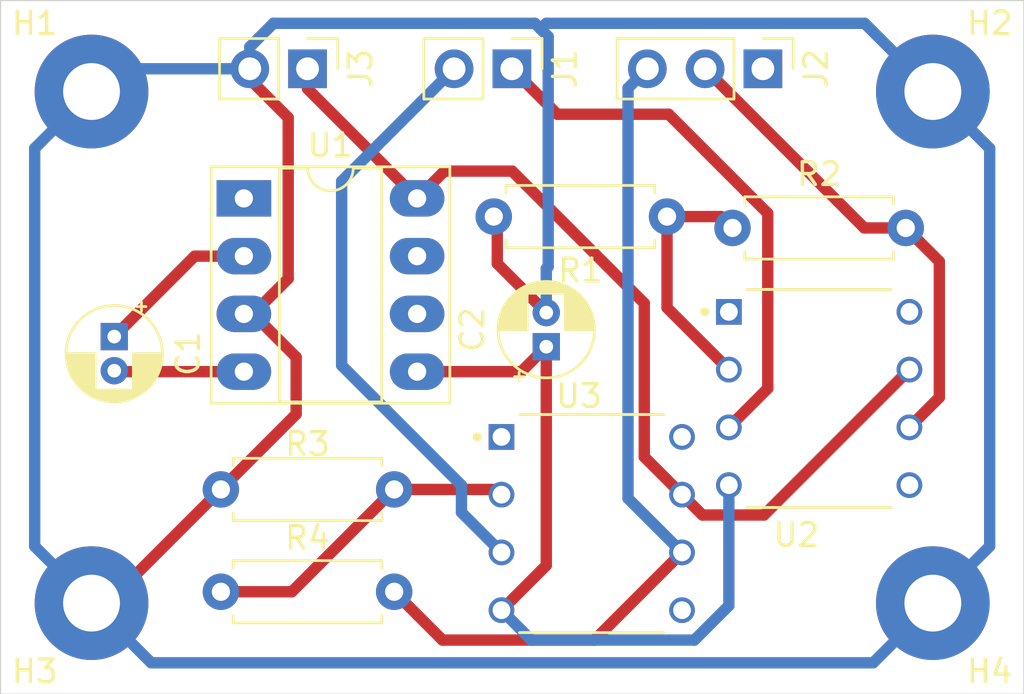
<source format=kicad_pcb>
(kicad_pcb (version 20240108) (generator "pcbnew") (generator_version "8.0")
  (layers (0 "F.Cu" signal) (31 "B.Cu" signal) (36 "B.SilkS" user "B.Silkscreen") (37 "F.SilkS" user "F.Silkscreen") (38 "B.Mask" user) (39 "F.Mask" user) (44 "Edge.Cuts" user))
  (net 0 "")
  (net 1 "Net-(U1-CAP+)")
  (net 2 "Net-(U1-CAP-)")
  (net 3 "GND")
  (net 4 "-12V")
  (net 5 "0-1V")
  (net 6 "0-3.5V")
  (net 7 "0_1V_O{slash}P")
  (net 8 "0-5V O{slash}P")
  (net 9 "0_3.5V_O{slash}P")
  (net 10 "+12V")
  (net 11 "Net-(U2--)")
  (net 12 "Net-(U3--)")
  (footprint "Resistor_THT:R_Axial_DIN0207_L6.3mm_D2.5mm_P7.62mm_Horizontal" (layer "F.Cu") (at 90.19 63.5)
    (property "Reference" "R2" (at 3.81 -2.37 0) (layer "F.SilkS"))
    (property "Value" "40k")
    (fp_line (start 0.54 -1.37) (end 7.08 -1.37) (stroke (width 0.12)) (layer "F.SilkS"))
    (fp_line (start 0.54 -1.04) (end 0.54 -1.37) (stroke (width 0.12)) (layer "F.SilkS"))
    (fp_line (start 0.54 1.04) (end 0.54 1.37) (stroke (width 0.12)) (layer "F.SilkS"))
    (fp_line (start 0.54 1.37) (end 7.08 1.37) (stroke (width 0.12)) (layer "F.SilkS"))
    (fp_line (start 7.08 -1.37) (end 7.08 -1.04) (stroke (width 0.12)) (layer "F.SilkS"))
    (fp_line (start 7.08 1.37) (end 7.08 1.04) (stroke (width 0.12)) (layer "F.SilkS"))
    (pad "1" thru_hole circle (at 0 0) (size 1.6 1.6) (drill 0.8) (layers "*.Cu" "*.Mask") (net 11 "Net-(U2--)"))
    (pad "2" thru_hole oval (at 7.62 0) (size 1.6 1.6) (drill 0.8) (layers "*.Cu" "*.Mask") (net 7 "0_1V_O{slash}P"))
  )
  (footprint "MountingHole:MountingHole_2.5mm_Pad" (layer "F.Cu") (at 62 80 180)
    (property "Reference" "H3" (at 2.5 -3 0) (layer "F.SilkS"))
    (property "Value" "MountingHole_Pad")
    (pad "1" thru_hole circle (at 0 0 180) (size 5 5) (drill 2.5) (layers "*.Cu" "*.Mask") (net 3 "GND"))
  )
  (footprint "Connector_PinHeader_2.54mm:PinHeader_1x02_P2.54mm_Vertical" (layer "F.Cu") (at 71.5 56.5 -90)
    (property "Reference" "J3" (at 0 -2.33 90) (layer "F.SilkS"))
    (property "Value" "power")
    (fp_line (start -1.33 3.87) (end 1.33 3.87) (stroke (width 0.12)) (layer "F.SilkS"))
    (fp_line (start -1.33 1.27) (end -1.33 3.87) (stroke (width 0.12)) (layer "F.SilkS"))
    (fp_line (start -1.33 1.27) (end 1.33 1.27) (stroke (width 0.12)) (layer "F.SilkS"))
    (fp_line (start 1.33 1.27) (end 1.33 3.87) (stroke (width 0.12)) (layer "F.SilkS"))
    (fp_line (start -1.33 0) (end -1.33 -1.33) (stroke (width 0.12)) (layer "F.SilkS"))
    (fp_line (start -1.33 -1.33) (end 0 -1.33) (stroke (width 0.12)) (layer "F.SilkS"))
    (pad "1" thru_hole rect (at 0 0 270) (size 1.7 1.7) (drill 1) (layers "*.Cu" "*.Mask") (net 10 "+12V"))
    (pad "2" thru_hole oval (at 0 2.54 270) (size 1.7 1.7) (drill 1) (layers "*.Cu" "*.Mask") (net 3 "GND"))
  )
  (footprint "Package_DIP:DIP-8_W7.62mm_Socket_LongPads" (layer "F.Cu") (at 68.7 62.2)
    (property "Reference" "U1" (at 3.81 -2.33 0) (layer "F.SilkS"))
    (property "Value" "ICL7660")
    (fp_line (start -1.44 -1.39) (end -1.44 9.01) (stroke (width 0.12)) (layer "F.SilkS"))
    (fp_line (start -1.44 9.01) (end 9.06 9.01) (stroke (width 0.12)) (layer "F.SilkS"))
    (fp_line (start 1.56 -1.33) (end 1.56 8.95) (stroke (width 0.12)) (layer "F.SilkS"))
    (fp_line (start 1.56 8.95) (end 6.06 8.95) (stroke (width 0.12)) (layer "F.SilkS"))
    (fp_line (start 2.81 -1.33) (end 1.56 -1.33) (stroke (width 0.12)) (layer "F.SilkS"))
    (fp_line (start 6.06 -1.33) (end 4.81 -1.33) (stroke (width 0.12)) (layer "F.SilkS"))
    (fp_line (start 6.06 8.95) (end 6.06 -1.33) (stroke (width 0.12)) (layer "F.SilkS"))
    (fp_line (start 9.06 -1.39) (end -1.44 -1.39) (stroke (width 0.12)) (layer "F.SilkS"))
    (fp_line (start 9.06 9.01) (end 9.06 -1.39) (stroke (width 0.12)) (layer "F.SilkS"))
    (fp_arc (start 4.81 -1.33) (mid 3.81 -0.33) (end 2.81 -1.33) (stroke (width 0.12)) (layer "F.SilkS"))
    (pad "1" thru_hole rect (at 0 0) (size 2.4 1.6) (drill 0.8) (layers "*.Cu" "*.Mask"))
    (pad "2" thru_hole oval (at 0 2.54) (size 2.4 1.6) (drill 0.8) (layers "*.Cu" "*.Mask") (net 1 "Net-(U1-CAP+)"))
    (pad "3" thru_hole oval (at 0 5.08) (size 2.4 1.6) (drill 0.8) (layers "*.Cu" "*.Mask") (net 3 "GND"))
    (pad "4" thru_hole oval (at 0 7.62) (size 2.4 1.6) (drill 0.8) (layers "*.Cu" "*.Mask") (net 2 "Net-(U1-CAP-)"))
    (pad "5" thru_hole oval (at 7.62 7.62) (size 2.4 1.6) (drill 0.8) (layers "*.Cu" "*.Mask") (net 4 "-12V"))
    (pad "6" thru_hole oval (at 7.62 5.08) (size 2.4 1.6) (drill 0.8) (layers "*.Cu" "*.Mask"))
    (pad "7" thru_hole oval (at 7.62 2.54) (size 2.4 1.6) (drill 0.8) (layers "*.Cu" "*.Mask"))
    (pad "8" thru_hole oval (at 7.62 0) (size 2.4 1.6) (drill 0.8) (layers "*.Cu" "*.Mask") (net 10 "+12V"))
  )
  (footprint "LM741CN_NOPB:DIP794W45P254L959H508Q8" (layer "F.Cu") (at 94 71)
    (property "Reference" "U2" (at -1 6 0) (layer "F.SilkS"))
    (property "Value" "LM741")
    (fp_line (start -3.175 -4.795) (end 3.175 -4.795) (stroke (width 0.127)) (layer "F.SilkS"))
    (fp_line (start -3.175 4.795) (end 3.175 4.795) (stroke (width 0.127)) (layer "F.SilkS"))
    (fp_circle (center -5.035 -3.81) (end -4.935 -3.81) (stroke (width 0.2)) (fill none) (layer "F.SilkS"))
    (pad "1" thru_hole rect (at -3.97 -3.81) (size 1.13 1.13) (drill 0.78) (layers "*.Cu" "*.Mask"))
    (pad "2" thru_hole circle (at -3.97 -1.27) (size 1.13 1.13) (drill 0.78) (layers "*.Cu" "*.Mask") (net 11 "Net-(U2--)"))
    (pad "3" thru_hole circle (at -3.97 1.27) (size 1.13 1.13) (drill 0.78) (layers "*.Cu" "*.Mask") (net 5 "0-1V"))
    (pad "4" thru_hole circle (at -3.97 3.81) (size 1.13 1.13) (drill 0.78) (layers "*.Cu" "*.Mask") (net 4 "-12V"))
    (pad "5" thru_hole circle (at 3.97 3.81) (size 1.13 1.13) (drill 0.78) (layers "*.Cu" "*.Mask"))
    (pad "6" thru_hole circle (at 3.97 1.27) (size 1.13 1.13) (drill 0.78) (layers "*.Cu" "*.Mask") (net 7 "0_1V_O{slash}P"))
    (pad "7" thru_hole circle (at 3.97 -1.27) (size 1.13 1.13) (drill 0.78) (layers "*.Cu" "*.Mask") (net 10 "+12V"))
    (pad "8" thru_hole circle (at 3.97 -3.81) (size 1.13 1.13) (drill 0.78) (layers "*.Cu" "*.Mask"))
  )
  (footprint "Capacitor_THT:CP_Radial_D4.0mm_P1.50mm" (layer "F.Cu") (at 63 68.277401 -90)
    (property "Reference" "C1" (at 0.75 -3.25 90) (layer "F.SilkS"))
    (property "Value" "10uf")
    (fp_line (start 0.75 0.84) (end 0.75 2.08) (stroke (width 0.12)) (layer "F.SilkS"))
    (fp_line (start 0.79 0.84) (end 0.79 2.08) (stroke (width 0.12)) (layer "F.SilkS"))
    (fp_line (start 0.83 0.84) (end 0.83 2.079) (stroke (width 0.12)) (layer "F.SilkS"))
    (fp_line (start 0.87 0.84) (end 0.87 2.077) (stroke (width 0.12)) (layer "F.SilkS"))
    (fp_line (start 0.91 0.84) (end 0.91 2.074) (stroke (width 0.12)) (layer "F.SilkS"))
    (fp_line (start 0.95 0.84) (end 0.95 2.071) (stroke (width 0.12)) (layer "F.SilkS"))
    (fp_line (start 0.99 0.84) (end 0.99 2.067) (stroke (width 0.12)) (layer "F.SilkS"))
    (fp_line (start 1.03 0.84) (end 1.03 2.062) (stroke (width 0.12)) (layer "F.SilkS"))
    (fp_line (start 1.07 0.84) (end 1.07 2.056) (stroke (width 0.12)) (layer "F.SilkS"))
    (fp_line (start 1.11 0.84) (end 1.11 2.05) (stroke (width 0.12)) (layer "F.SilkS"))
    (fp_line (start 1.15 0.84) (end 1.15 2.042) (stroke (width 0.12)) (layer "F.SilkS"))
    (fp_line (start 1.19 0.84) (end 1.19 2.034) (stroke (width 0.12)) (layer "F.SilkS"))
    (fp_line (start 1.23 0.84) (end 1.23 2.025) (stroke (width 0.12)) (layer "F.SilkS"))
    (fp_line (start 1.27 0.84) (end 1.27 2.016) (stroke (width 0.12)) (layer "F.SilkS"))
    (fp_line (start 1.31 0.84) (end 1.31 2.005) (stroke (width 0.12)) (layer "F.SilkS"))
    (fp_line (start 1.35 0.84) (end 1.35 1.994) (stroke (width 0.12)) (layer "F.SilkS"))
    (fp_line (start 1.39 0.84) (end 1.39 1.982) (stroke (width 0.12)) (layer "F.SilkS"))
    (fp_line (start 1.43 0.84) (end 1.43 1.968) (stroke (width 0.12)) (layer "F.SilkS"))
    (fp_line (start 1.471 0.84) (end 1.471 1.954) (stroke (width 0.12)) (layer "F.SilkS"))
    (fp_line (start 1.511 0.84) (end 1.511 1.94) (stroke (width 0.12)) (layer "F.SilkS"))
    (fp_line (start 1.551 0.84) (end 1.551 1.924) (stroke (width 0.12)) (layer "F.SilkS"))
    (fp_line (start 1.591 0.84) (end 1.591 1.907) (stroke (width 0.12)) (layer "F.SilkS"))
    (fp_line (start 1.631 0.84) (end 1.631 1.889) (stroke (width 0.12)) (layer "F.SilkS"))
    (fp_line (start 1.671 0.84) (end 1.671 1.87) (stroke (width 0.12)) (layer "F.SilkS"))
    (fp_line (start 1.711 0.84) (end 1.711 1.851) (stroke (width 0.12)) (layer "F.SilkS"))
    (fp_line (start 1.751 0.84) (end 1.751 1.83) (stroke (width 0.12)) (layer "F.SilkS"))
    (fp_line (start 1.791 0.84) (end 1.791 1.808) (stroke (width 0.12)) (layer "F.SilkS"))
    (fp_line (start 1.831 0.84) (end 1.831 1.785) (stroke (width 0.12)) (layer "F.SilkS"))
    (fp_line (start 1.871 0.84) (end 1.871 1.76) (stroke (width 0.12)) (layer "F.SilkS"))
    (fp_line (start 1.911 0.84) (end 1.911 1.735) (stroke (width 0.12)) (layer "F.SilkS"))
    (fp_line (start 1.951 0.84) (end 1.951 1.708) (stroke (width 0.12)) (layer "F.SilkS"))
    (fp_line (start 1.991 0.84) (end 1.991 1.68) (stroke (width 0.12)) (layer "F.SilkS"))
    (fp_line (start 2.031 0.84) (end 2.031 1.65) (stroke (width 0.12)) (layer "F.SilkS"))
    (fp_line (start 2.071 0.84) (end 2.071 1.619) (stroke (width 0.12)) (layer "F.SilkS"))
    (fp_line (start 2.111 0.84) (end 2.111 1.587) (stroke (width 0.12)) (layer "F.SilkS"))
    (fp_line (start 2.151 0.84) (end 2.151 1.552) (stroke (width 0.12)) (layer "F.SilkS"))
    (fp_line (start 2.191 0.84) (end 2.191 1.516) (stroke (width 0.12)) (layer "F.SilkS"))
    (fp_line (start 2.231 0.84) (end 2.231 1.478) (stroke (width 0.12)) (layer "F.SilkS"))
    (fp_line (start 2.271 0.84) (end 2.271 1.438) (stroke (width 0.12)) (layer "F.SilkS"))
    (fp_line (start 2.311 0.84) (end 2.311 1.396) (stroke (width 0.12)) (layer "F.SilkS"))
    (fp_line (start 2.831 -0.37) (end 2.831 0.37) (stroke (width 0.12)) (layer "F.SilkS"))
    (fp_line (start 2.791 -0.537) (end 2.791 0.537) (stroke (width 0.12)) (layer "F.SilkS"))
    (fp_line (start 2.751 -0.664) (end 2.751 0.664) (stroke (width 0.12)) (layer "F.SilkS"))
    (fp_line (start 2.711 -0.768) (end 2.711 0.768) (stroke (width 0.12)) (layer "F.SilkS"))
    (fp_line (start 2.671 -0.859) (end 2.671 0.859) (stroke (width 0.12)) (layer "F.SilkS"))
    (fp_line (start 2.631 -0.94) (end 2.631 0.94) (stroke (width 0.12)) (layer "F.SilkS"))
    (fp_line (start 2.591 -1.013) (end 2.591 1.013) (stroke (width 0.12)) (layer "F.SilkS"))
    (fp_line (start 2.551 -1.08) (end 2.551 1.08) (stroke (width 0.12)) (layer "F.SilkS"))
    (fp_line (start 2.511 -1.142) (end 2.511 1.142) (stroke (width 0.12)) (layer "F.SilkS"))
    (fp_line (start -1.519801 -1.195) (end -1.119801 -1.195) (stroke (width 0.12)) (layer "F.SilkS"))
    (fp_line (start 2.471 -1.2) (end 2.471 1.2) (stroke (width 0.12)) (layer "F.SilkS"))
    (fp_line (start 2.431 -1.254) (end 2.431 1.254) (stroke (width 0.12)) (layer "F.SilkS"))
    (fp_line (start 2.391 -1.304) (end 2.391 1.304) (stroke (width 0.12)) (layer "F.SilkS"))
    (fp_line (start 2.351 -1.351) (end 2.351 1.351) (stroke (width 0.12)) (layer "F.SilkS"))
    (fp_line (start -1.319801 -1.395) (end -1.319801 -0.995) (stroke (width 0.12)) (layer "F.SilkS"))
    (fp_line (start 2.311 -1.396) (end 2.311 -0.84) (stroke (width 0.12)) (layer "F.SilkS"))
    (fp_line (start 2.271 -1.438) (end 2.271 -0.84) (stroke (width 0.12)) (layer "F.SilkS"))
    (fp_line (start 2.231 -1.478) (end 2.231 -0.84) (stroke (width 0.12)) (layer "F.SilkS"))
    (fp_line (start 2.191 -1.516) (end 2.191 -0.84) (stroke (width 0.12)) (layer "F.SilkS"))
    (fp_line (start 2.151 -1.552) (end 2.151 -0.84) (stroke (width 0.12)) (layer "F.SilkS"))
    (fp_line (start 2.111 -1.587) (end 2.111 -0.84) (stroke (width 0.12)) (layer "F.SilkS"))
    (fp_line (start 2.071 -1.619) (end 2.071 -0.84) (stroke (width 0.12)) (layer "F.SilkS"))
    (fp_line (start 2.031 -1.65) (end 2.031 -0.84) (stroke (width 0.12)) (layer "F.SilkS"))
    (fp_line (start 1.991 -1.68) (end 1.991 -0.84) (stroke (width 0.12)) (layer "F.SilkS"))
    (fp_line (start 1.951 -1.708) (end 1.951 -0.84) (stroke (width 0.12)) (layer "F.SilkS"))
    (fp_line (start 1.911 -1.735) (end 1.911 -0.84) (stroke (width 0.12)) (layer "F.SilkS"))
    (fp_line (start 1.871 -1.76) (end 1.871 -0.84) (stroke (width 0.12)) (layer "F.SilkS"))
    (fp_line (start 1.831 -1.785) (end 1.831 -0.84) (stroke (width 0.12)) (layer "F.SilkS"))
    (fp_line (start 1.791 -1.808) (end 1.791 -0.84) (stroke (width 0.12)) (layer "F.SilkS"))
    (fp_line (start 1.751 -1.83) (end 1.751 -0.84) (stroke (width 0.12)) (layer "F.SilkS"))
    (fp_line (start 1.711 -1.851) (end 1.711 -0.84) (stroke (width 0.12)) (layer "F.SilkS"))
    (fp_line (start 1.671 -1.87) (end 1.671 -0.84) (stroke (width 0.12)) (layer "F.SilkS"))
    (fp_line (start 1.631 -1.889) (end 1.631 -0.84) (stroke (width 0.12)) (layer "F.SilkS"))
    (fp_line (start 1.591 -1.907) (end 1.591 -0.84) (stroke (width 0.12)) (layer "F.SilkS"))
    (fp_line (start 1.551 -1.924) (end 1.551 -0.84) (stroke (width 0.12)) (layer "F.SilkS"))
    (fp_line (start 1.511 -1.94) (end 1.511 -0.84) (stroke (width 0.12)) (layer "F.SilkS"))
    (fp_line (start 1.471 -1.954) (end 1.471 -0.84) (stroke (width 0.12)) (layer "F.SilkS"))
    (fp_line (start 1.43 -1.968) (end 1.43 -0.84) (stroke (width 0.12)) (layer "F.SilkS"))
    (fp_line (start 1.39 -1.982) (end 1.39 -0.84) (stroke (width 0.12)) (layer "F.SilkS"))
    (fp_line (start 1.35 -1.994) (end 1.35 -0.84) (stroke (width 0.12)) (layer "F.SilkS"))
    (fp_line (start 1.31 -2.005) (end 1.31 -0.84) (stroke (width 0.12)) (layer "F.SilkS"))
    (fp_line (start 1.27 -2.016) (end 1.27 -0.84) (stroke (width 0.12)) (layer "F.SilkS"))
    (fp_line (start 1.23 -2.025) (end 1.23 -0.84) (stroke (width 0.12)) (layer "F.SilkS"))
    (fp_line (start 1.19 -2.034) (end 1.19 -0.84) (stroke (width 0.12)) (layer "F.SilkS"))
    (fp_line (start 1.15 -2.042) (end 1.15 -0.84) (stroke (width 0.12)) (layer "F.SilkS"))
    (fp_line (start 1.11 -2.05) (end 1.11 -0.84) (stroke (width 0.12)) (layer "F.SilkS"))
    (fp_line (start 1.07 -2.056) (end 1.07 -0.84) (stroke (width 0.12)) (layer "F.SilkS"))
    (fp_line (start 1.03 -2.062) (end 1.03 -0.84) (stroke (width 0.12)) (layer "F.SilkS"))
    (fp_line (start 0.99 -2.067) (end 0.99 -0.84) (stroke (width 0.12)) (layer "F.SilkS"))
    (fp_line (start 0.95 -2.071) (end 0.95 -0.84) (stroke (width 0.12)) (layer "F.SilkS"))
    (fp_line (start 0.91 -2.074) (end 0.91 -0.84) (stroke (width 0.12)) (layer "F.SilkS"))
    (fp_line (start 0.87 -2.077) (end 0.87 -0.84) (stroke (width 0.12)) (layer "F.SilkS"))
    (fp_line (start 0.83 -2.079) (end 0.83 -0.84) (stroke (width 0.12)) (layer "F.SilkS"))
    (fp_line (start 0.75 -2.08) (end 0.75 -0.84) (stroke (width 0.12)) (layer "F.SilkS"))
    (fp_line (start 0.79 -2.08) (end 0.79 -0.84) (stroke (width 0.12)) (layer "F.SilkS"))
    (fp_circle (center 0.75 0) (end 2.87 0) (stroke (width 0.12)) (fill none) (layer "F.SilkS"))
    (pad "1" thru_hole rect (at 0 0 270) (size 1.2 1.2) (drill 0.6) (layers "*.Cu" "*.Mask") (net 1 "Net-(U1-CAP+)"))
    (pad "2" thru_hole circle (at 1.5 0 270) (size 1.2 1.2) (drill 0.6) (layers "*.Cu" "*.Mask") (net 2 "Net-(U1-CAP-)"))
  )
  (footprint "LM741CN_NOPB:DIP794W45P254L959H508Q8" (layer "F.Cu") (at 84 76.5)
    (property "Reference" "U3" (at -0.565 -5.607 0) (layer "F.SilkS"))
    (property "Value" "LM741")
    (fp_line (start -3.175 -4.795) (end 3.175 -4.795) (stroke (width 0.127)) (layer "F.SilkS"))
    (fp_line (start -3.175 4.795) (end 3.175 4.795) (stroke (width 0.127)) (layer "F.SilkS"))
    (fp_circle (center -5.035 -3.81) (end -4.935 -3.81) (stroke (width 0.2)) (fill none) (layer "F.SilkS"))
    (pad "1" thru_hole rect (at -3.97 -3.81) (size 1.13 1.13) (drill 0.78) (layers "*.Cu" "*.Mask"))
    (pad "2" thru_hole circle (at -3.97 -1.27) (size 1.13 1.13) (drill 0.78) (layers "*.Cu" "*.Mask") (net 12 "Net-(U3--)"))
    (pad "3" thru_hole circle (at -3.97 1.27) (size 1.13 1.13) (drill 0.78) (layers "*.Cu" "*.Mask") (net 6 "0-3.5V"))
    (pad "4" thru_hole circle (at -3.97 3.81) (size 1.13 1.13) (drill 0.78) (layers "*.Cu" "*.Mask") (net 4 "-12V"))
    (pad "5" thru_hole circle (at 3.97 3.81) (size 1.13 1.13) (drill 0.78) (layers "*.Cu" "*.Mask"))
    (pad "6" thru_hole circle (at 3.97 1.27) (size 1.13 1.13) (drill 0.78) (layers "*.Cu" "*.Mask") (net 9 "0_3.5V_O{slash}P"))
    (pad "7" thru_hole circle (at 3.97 -1.27) (size 1.13 1.13) (drill 0.78) (layers "*.Cu" "*.Mask") (net 10 "+12V"))
    (pad "8" thru_hole circle (at 3.97 -3.81) (size 1.13 1.13) (drill 0.78) (layers "*.Cu" "*.Mask"))
  )
  (footprint "Connector_PinHeader_2.54mm:PinHeader_1x02_P2.54mm_Vertical" (layer "F.Cu") (at 80.485 56.5 -90)
    (property "Reference" "J1" (at 0 -2.33 90) (layer "F.SilkS"))
    (property "Value" "CT_O/P")
    (fp_line (start -1.33 3.87) (end 1.33 3.87) (stroke (width 0.12)) (layer "F.SilkS"))
    (fp_line (start -1.33 1.27) (end -1.33 3.87) (stroke (width 0.12)) (layer "F.SilkS"))
    (fp_line (start -1.33 1.27) (end 1.33 1.27) (stroke (width 0.12)) (layer "F.SilkS"))
    (fp_line (start 1.33 1.27) (end 1.33 3.87) (stroke (width 0.12)) (layer "F.SilkS"))
    (fp_line (start -1.33 0) (end -1.33 -1.33) (stroke (width 0.12)) (layer "F.SilkS"))
    (fp_line (start -1.33 -1.33) (end 0 -1.33) (stroke (width 0.12)) (layer "F.SilkS"))
    (pad "1" thru_hole rect (at 0 0 270) (size 1.7 1.7) (drill 1) (layers "*.Cu" "*.Mask") (net 5 "0-1V"))
    (pad "2" thru_hole oval (at 0 2.54 270) (size 1.7 1.7) (drill 1) (layers "*.Cu" "*.Mask") (net 6 "0-3.5V"))
  )
  (footprint "MountingHole:MountingHole_2.5mm_Pad" (layer "F.Cu") (at 99 80 180)
    (property "Reference" "H4" (at -2.5 -3 0) (layer "F.SilkS"))
    (property "Value" "MountingHole_Pad")
    (pad "1" thru_hole circle (at 0 0 180) (size 5 5) (drill 2.5) (layers "*.Cu" "*.Mask") (net 3 "GND"))
  )
  (footprint "MountingHole:MountingHole_2.5mm_Pad" (layer "F.Cu") (at 62 57.5 180)
    (property "Reference" "H1" (at 2.5 3 0) (layer "F.SilkS"))
    (property "Value" "MountingHole_Pad")
    (pad "1" thru_hole circle (at 0 0 180) (size 5 5) (drill 2.5) (layers "*.Cu" "*.Mask") (net 3 "GND"))
  )
  (footprint "Resistor_THT:R_Axial_DIN0207_L6.3mm_D2.5mm_P7.62mm_Horizontal" (layer "F.Cu") (at 75.31 75 180)
    (property "Reference" "R3" (at 3.81 2 0) (layer "F.SilkS"))
    (property "Value" "10k")
    (fp_line (start 7.08 1.37) (end 7.08 1.04) (stroke (width 0.12)) (layer "F.SilkS"))
    (fp_line (start 7.08 -1.37) (end 7.08 -1.04) (stroke (width 0.12)) (layer "F.SilkS"))
    (fp_line (start 0.54 1.37) (end 7.08 1.37) (stroke (width 0.12)) (layer "F.SilkS"))
    (fp_line (start 0.54 1.04) (end 0.54 1.37) (stroke (width 0.12)) (layer "F.SilkS"))
    (fp_line (start 0.54 -1.04) (end 0.54 -1.37) (stroke (width 0.12)) (layer "F.SilkS"))
    (fp_line (start 0.54 -1.37) (end 7.08 -1.37) (stroke (width 0.12)) (layer "F.SilkS"))
    (pad "1" thru_hole circle (at 0 0 180) (size 1.6 1.6) (drill 0.8) (layers "*.Cu" "*.Mask") (net 12 "Net-(U3--)"))
    (pad "2" thru_hole oval (at 7.62 0 180) (size 1.6 1.6) (drill 0.8) (layers "*.Cu" "*.Mask") (net 3 "GND"))
  )
  (footprint "Resistor_THT:R_Axial_DIN0207_L6.3mm_D2.5mm_P7.62mm_Horizontal" (layer "F.Cu") (at 67.69 79.5)
    (property "Reference" "R4" (at 3.81 -2.37 0) (layer "F.SilkS"))
    (property "Value" "4k")
    (fp_line (start 0.54 -1.37) (end 7.08 -1.37) (stroke (width 0.12)) (layer "F.SilkS"))
    (fp_line (start 0.54 -1.04) (end 0.54 -1.37) (stroke (width 0.12)) (layer "F.SilkS"))
    (fp_line (start 0.54 1.04) (end 0.54 1.37) (stroke (width 0.12)) (layer "F.SilkS"))
    (fp_line (start 0.54 1.37) (end 7.08 1.37) (stroke (width 0.12)) (layer "F.SilkS"))
    (fp_line (start 7.08 -1.37) (end 7.08 -1.04) (stroke (width 0.12)) (layer "F.SilkS"))
    (fp_line (start 7.08 1.37) (end 7.08 1.04) (stroke (width 0.12)) (layer "F.SilkS"))
    (pad "1" thru_hole circle (at 0 0) (size 1.6 1.6) (drill 0.8) (layers "*.Cu" "*.Mask") (net 12 "Net-(U3--)"))
    (pad "2" thru_hole oval (at 7.62 0) (size 1.6 1.6) (drill 0.8) (layers "*.Cu" "*.Mask") (net 9 "0_3.5V_O{slash}P"))
  )
  (footprint "Capacitor_THT:CP_Radial_D4.0mm_P1.50mm" (layer "F.Cu") (at 82 68.7226 90)
    (property "Reference" "C2" (at 0.75 -3.25 90) (layer "F.SilkS"))
    (property "Value" "10uf")
    (fp_line (start 0.79 -2.08) (end 0.79 -0.84) (stroke (width 0.12)) (layer "F.SilkS"))
    (fp_line (start 0.75 -2.08) (end 0.75 -0.84) (stroke (width 0.12)) (layer "F.SilkS"))
    (fp_line (start 0.83 -2.079) (end 0.83 -0.84) (stroke (width 0.12)) (layer "F.SilkS"))
    (fp_line (start 0.87 -2.077) (end 0.87 -0.84) (stroke (width 0.12)) (layer "F.SilkS"))
    (fp_line (start 0.91 -2.074) (end 0.91 -0.84) (stroke (width 0.12)) (layer "F.SilkS"))
    (fp_line (start 0.95 -2.071) (end 0.95 -0.84) (stroke (width 0.12)) (layer "F.SilkS"))
    (fp_line (start 0.99 -2.067) (end 0.99 -0.84) (stroke (width 0.12)) (layer "F.SilkS"))
    (fp_line (start 1.03 -2.062) (end 1.03 -0.84) (stroke (width 0.12)) (layer "F.SilkS"))
    (fp_line (start 1.07 -2.056) (end 1.07 -0.84) (stroke (width 0.12)) (layer "F.SilkS"))
    (fp_line (start 1.11 -2.05) (end 1.11 -0.84) (stroke (width 0.12)) (layer "F.SilkS"))
    (fp_line (start 1.15 -2.042) (end 1.15 -0.84) (stroke (width 0.12)) (layer "F.SilkS"))
    (fp_line (start 1.19 -2.034) (end 1.19 -0.84) (stroke (width 0.12)) (layer "F.SilkS"))
    (fp_line (start 1.23 -2.025) (end 1.23 -0.84) (stroke (width 0.12)) (layer "F.SilkS"))
    (fp_line (start 1.27 -2.016) (end 1.27 -0.84) (stroke (width 0.12)) (layer "F.SilkS"))
    (fp_line (start 1.31 -2.005) (end 1.31 -0.84) (stroke (width 0.12)) (layer "F.SilkS"))
    (fp_line (start 1.35 -1.994) (end 1.35 -0.84) (stroke (width 0.12)) (layer "F.SilkS"))
    (fp_line (start 1.39 -1.982) (end 1.39 -0.84) (stroke (width 0.12)) (layer "F.SilkS"))
    (fp_line (start 1.43 -1.968) (end 1.43 -0.84) (stroke (width 0.12)) (layer "F.SilkS"))
    (fp_line (start 1.471 -1.954) (end 1.471 -0.84) (stroke (width 0.12)) (layer "F.SilkS"))
    (fp_line (start 1.511 -1.94) (end 1.511 -0.84) (stroke (width 0.12)) (layer "F.SilkS"))
    (fp_line (start 1.551 -1.924) (end 1.551 -0.84) (stroke (width 0.12)) (layer "F.SilkS"))
    (fp_line (start 1.591 -1.907) (end 1.591 -0.84) (stroke (width 0.12)) (layer "F.SilkS"))
    (fp_line (start 1.631 -1.889) (end 1.631 -0.84) (stroke (width 0.12)) (layer "F.SilkS"))
    (fp_line (start 1.671 -1.87) (end 1.671 -0.84) (stroke (width 0.12)) (layer "F.SilkS"))
    (fp_line (start 1.711 -1.851) (end 1.711 -0.84) (stroke (width 0.12)) (layer "F.SilkS"))
    (fp_line (start 1.751 -1.83) (end 1.751 -0.84) (stroke (width 0.12)) (layer "F.SilkS"))
    (fp_line (start 1.791 -1.808) (end 1.791 -0.84) (stroke (width 0.12)) (layer "F.SilkS"))
    (fp_line (start 1.831 -1.785) (end 1.831 -0.84) (stroke (width 0.12)) (layer "F.SilkS"))
    (fp_line (start 1.871 -1.76) (end 1.871 -0.84) (stroke (width 0.12)) (layer "F.SilkS"))
    (fp_line (start 1.911 -1.735) (end 1.911 -0.84) (stroke (width 0.12)) (layer "F.SilkS"))
    (fp_line (start 1.951 -1.708) (end 1.951 -0.84) (stroke (width 0.12)) (layer "F.SilkS"))
    (fp_line (start 1.991 -1.68) (end 1.991 -0.84) (stroke (width 0.12)) (layer "F.SilkS"))
    (fp_line (start 2.031 -1.65) (end 2.031 -0.84) (stroke (width 0.12)) (layer "F.SilkS"))
    (fp_line (start 2.071 -1.619) (end 2.071 -0.84) (stroke (width 0.12)) (layer "F.SilkS"))
    (fp_line (start 2.111 -1.587) (end 2.111 -0.84) (stroke (width 0.12)) (layer "F.SilkS"))
    (fp_line (start 2.151 -1.552) (end 2.151 -0.84) (stroke (width 0.12)) (layer "F.SilkS"))
    (fp_line (start 2.191 -1.516) (end 2.191 -0.84) (stroke (width 0.12)) (layer "F.SilkS"))
    (fp_line (start 2.231 -1.478) (end 2.231 -0.84) (stroke (width 0.12)) (layer "F.SilkS"))
    (fp_line (start 2.271 -1.438) (end 2.271 -0.84) (stroke (width 0.12)) (layer "F.SilkS"))
    (fp_line (start 2.311 -1.396) (end 2.311 -0.84) (stroke (width 0.12)) (layer "F.SilkS"))
    (fp_line (start -1.319801 -1.395) (end -1.319801 -0.995) (stroke (width 0.12)) (layer "F.SilkS"))
    (fp_line (start 2.351 -1.351) (end 2.351 1.351) (stroke (width 0.12)) (layer "F.SilkS"))
    (fp_line (start 2.391 -1.304) (end 2.391 1.304) (stroke (width 0.12)) (layer "F.SilkS"))
    (fp_line (start 2.431 -1.254) (end 2.431 1.254) (stroke (width 0.12)) (layer "F.SilkS"))
    (fp_line (start 2.471 -1.2) (end 2.471 1.2) (stroke (width 0.12)) (layer "F.SilkS"))
    (fp_line (start -1.519801 -1.195) (end -1.119801 -1.195) (stroke (width 0.12)) (layer "F.SilkS"))
    (fp_line (start 2.511 -1.142) (end 2.511 1.142) (stroke (width 0.12)) (layer "F.SilkS"))
    (fp_line (start 2.551 -1.08) (end 2.551 1.08) (stroke (width 0.12)) (layer "F.SilkS"))
    (fp_line (start 2.591 -1.013) (end 2.591 1.013) (stroke (width 0.12)) (layer "F.SilkS"))
    (fp_line (start 2.631 -0.94) (end 2.631 0.94) (stroke (width 0.12)) (layer "F.SilkS"))
    (fp_line (start 2.671 -0.859) (end 2.671 0.859) (stroke (width 0.12)) (layer "F.SilkS"))
    (fp_line (start 2.711 -0.768) (end 2.711 0.768) (stroke (width 0.12)) (layer "F.SilkS"))
    (fp_line (start 2.751 -0.664) (end 2.751 0.664) (stroke (width 0.12)) (layer "F.SilkS"))
    (fp_line (start 2.791 -0.537) (end 2.791 0.537) (stroke (width 0.12)) (layer "F.SilkS"))
    (fp_line (start 2.831 -0.37) (end 2.831 0.37) (stroke (width 0.12)) (layer "F.SilkS"))
    (fp_line (start 2.311 0.84) (end 2.311 1.396) (stroke (width 0.12)) (layer "F.SilkS"))
    (fp_line (start 2.271 0.84) (end 2.271 1.438) (stroke (width 0.12)) (layer "F.SilkS"))
    (fp_line (start 2.231 0.84) (end 2.231 1.478) (stroke (width 0.12)) (layer "F.SilkS"))
    (fp_line (start 2.191 0.84) (end 2.191 1.516) (stroke (width 0.12)) (layer "F.SilkS"))
    (fp_line (start 2.151 0.84) (end 2.151 1.552) (stroke (width 0.12)) (layer "F.SilkS"))
    (fp_line (start 2.111 0.84) (end 2.111 1.587) (stroke (width 0.12)) (layer "F.SilkS"))
    (fp_line (start 2.071 0.84) (end 2.071 1.619) (stroke (width 0.12)) (layer "F.SilkS"))
    (fp_line (start 2.031 0.84) (end 2.031 1.65) (stroke (width 0.12)) (layer "F.SilkS"))
    (fp_line (start 1.991 0.84) (end 1.991 1.68) (stroke (width 0.12)) (layer "F.SilkS"))
    (fp_line (start 1.951 0.84) (end 1.951 1.708) (stroke (width 0.12)) (layer "F.SilkS"))
    (fp_line (start 1.911 0.84) (end 1.911 1.735) (stroke (width 0.12)) (layer "F.SilkS"))
    (fp_line (start 1.871 0.84) (end 1.871 1.76) (stroke (width 0.12)) (layer "F.SilkS"))
    (fp_line (start 1.831 0.84) (end 1.831 1.785) (stroke (width 0.12)) (layer "F.SilkS"))
    (fp_line (start 1.791 0.84) (end 1.791 1.808) (stroke (width 0.12)) (layer "F.SilkS"))
    (fp_line (start 1.751 0.84) (end 1.751 1.83) (stroke (width 0.12)) (layer "F.SilkS"))
    (fp_line (start 1.711 0.84) (end 1.711 1.851) (stroke (width 0.12)) (layer "F.SilkS"))
    (fp_line (start 1.671 0.84) (end 1.671 1.87) (stroke (width 0.12)) (layer "F.SilkS"))
    (fp_line (start 1.631 0.84) (end 1.631 1.889) (stroke (width 0.12)) (layer "F.SilkS"))
    (fp_line (start 1.591 0.84) (end 1.591 1.907) (stroke (width 0.12)) (layer "F.SilkS"))
    (fp_line (start 1.551 0.84) (end 1.551 1.924) (stroke (width 0.12)) (layer "F.SilkS"))
    (fp_line (start 1.511 0.84) (end 1.511 1.94) (stroke (width 0.12)) (layer "F.SilkS"))
    (fp_line (start 1.471 0.84) (end 1.471 1.954) (stroke (width 0.12)) (layer "F.SilkS"))
    (fp_line (start 1.43 0.84) (end 1.43 1.968) (stroke (width 0.12)) (layer "F.SilkS"))
    (fp_line (start 1.39 0.84) (end 1.39 1.982) (stroke (width 0.12)) (layer "F.SilkS"))
    (fp_line (start 1.35 0.84) (end 1.35 1.994) (stroke (width 0.12)) (layer "F.SilkS"))
    (fp_line (start 1.31 0.84) (end 1.31 2.005) (stroke (width 0.12)) (layer "F.SilkS"))
    (fp_line (start 1.27 0.84) (end 1.27 2.016) (stroke (width 0.12)) (layer "F.SilkS"))
    (fp_line (start 1.23 0.84) (end 1.23 2.025) (stroke (width 0.12)) (layer "F.SilkS"))
    (fp_line (start 1.19 0.84) (end 1.19 2.034) (stroke (width 0.12)) (layer "F.SilkS"))
    (fp_line (start 1.15 0.84) (end 1.15 2.042) (stroke (width 0.12)) (layer "F.SilkS"))
    (fp_line (start 1.11 0.84) (end 1.11 2.05) (stroke (width 0.12)) (layer "F.SilkS"))
    (fp_line (start 1.07 0.84) (end 1.07 2.056) (stroke (width 0.12)) (layer "F.SilkS"))
    (fp_line (start 1.03 0.84) (end 1.03 2.062) (stroke (width 0.12)) (layer "F.SilkS"))
    (fp_line (start 0.99 0.84) (end 0.99 2.067) (stroke (width 0.12)) (layer "F.SilkS"))
    (fp_line (start 0.95 0.84) (end 0.95 2.071) (stroke (width 0.12)) (layer "F.SilkS"))
    (fp_line (start 0.91 0.84) (end 0.91 2.074) (stroke (width 0.12)) (layer "F.SilkS"))
    (fp_line (start 0.87 0.84) (end 0.87 2.077) (stroke (width 0.12)) (layer "F.SilkS"))
    (fp_line (start 0.83 0.84) (end 0.83 2.079) (stroke (width 0.12)) (layer "F.SilkS"))
    (fp_line (start 0.79 0.84) (end 0.79 2.08) (stroke (width 0.12)) (layer "F.SilkS"))
    (fp_line (start 0.75 0.84) (end 0.75 2.08) (stroke (width 0.12)) (layer "F.SilkS"))
    (fp_circle (center 0.75 0) (end 2.87 0) (stroke (width 0.12)) (fill none) (layer "F.SilkS"))
    (pad "1" thru_hole rect (at 0 0 90) (size 1.2 1.2) (drill 0.6) (layers "*.Cu" "*.Mask") (net 4 "-12V"))
    (pad "2" thru_hole circle (at 1.5 0 90) (size 1.2 1.2) (drill 0.6) (layers "*.Cu" "*.Mask") (net 3 "GND"))
  )
  (footprint "Connector_PinHeader_2.54mm:PinHeader_1x03_P2.54mm_Vertical" (layer "F.Cu") (at 91.525 56.5 -90)
    (property "Reference" "J2" (at 0 -2.33 90) (layer "F.SilkS"))
    (property "Value" "O/P jumper")
    (fp_line (start -1.33 6.41) (end 1.33 6.41) (stroke (width 0.12)) (layer "F.SilkS"))
    (fp_line (start -1.33 1.27) (end -1.33 6.41) (stroke (width 0.12)) (layer "F.SilkS"))
    (fp_line (start -1.33 1.27) (end 1.33 1.27) (stroke (width 0.12)) (layer "F.SilkS"))
    (fp_line (start 1.33 1.27) (end 1.33 6.41) (stroke (width 0.12)) (layer "F.SilkS"))
    (fp_line (start -1.33 0) (end -1.33 -1.33) (stroke (width 0.12)) (layer "F.SilkS"))
    (fp_line (start -1.33 -1.33) (end 0 -1.33) (stroke (width 0.12)) (layer "F.SilkS"))
    (pad "1" thru_hole rect (at 0 0 270) (size 1.7 1.7) (drill 1) (layers "*.Cu" "*.Mask") (net 8 "0-5V O{slash}P"))
    (pad "2" thru_hole oval (at 0 2.54 270) (size 1.7 1.7) (drill 1) (layers "*.Cu" "*.Mask") (net 7 "0_1V_O{slash}P"))
    (pad "3" thru_hole oval (at 0 5.08 270) (size 1.7 1.7) (drill 1) (layers "*.Cu" "*.Mask") (net 9 "0_3.5V_O{slash}P"))
  )
  (footprint "MountingHole:MountingHole_2.5mm_Pad" (layer "F.Cu") (at 99 57.5 180)
    (property "Reference" "H2" (at -2.5 3 0) (layer "F.SilkS"))
    (property "Value" "MountingHole_Pad")
    (pad "1" thru_hole circle (at 0 0 180) (size 5 5) (drill 2.5) (layers "*.Cu" "*.Mask") (net 3 "GND"))
  )
  (footprint "Resistor_THT:R_Axial_DIN0207_L6.3mm_D2.5mm_P7.62mm_Horizontal" (layer "F.Cu") (at 87.31 63 180)
    (property "Reference" "R1" (at 3.81 -2.37 0) (layer "F.SilkS"))
    (property "Value" "10k")
    (fp_line (start 7.08 1.37) (end 7.08 1.04) (stroke (width 0.12)) (layer "F.SilkS"))
    (fp_line (start 7.08 -1.37) (end 7.08 -1.04) (stroke (width 0.12)) (layer "F.SilkS"))
    (fp_line (start 0.54 1.37) (end 7.08 1.37) (stroke (width 0.12)) (layer "F.SilkS"))
    (fp_line (start 0.54 1.04) (end 0.54 1.37) (stroke (width 0.12)) (layer "F.SilkS"))
    (fp_line (start 0.54 -1.04) (end 0.54 -1.37) (stroke (width 0.12)) (layer "F.SilkS"))
    (fp_line (start 0.54 -1.37) (end 7.08 -1.37) (stroke (width 0.12)) (layer "F.SilkS"))
    (pad "1" thru_hole circle (at 0 0 180) (size 1.6 1.6) (drill 0.8) (layers "*.Cu" "*.Mask") (net 11 "Net-(U2--)"))
    (pad "2" thru_hole oval (at 7.62 0 180) (size 1.6 1.6) (drill 0.8) (layers "*.Cu" "*.Mask") (net 3 "GND"))
  )
  (gr_rect (start 58 53.5) (end 103 84) (stroke (width 0.05)) (fill none) (layer "Edge.Cuts"))
  (segment (start 66.537401 64.74) (end 63 68.277401) (width 0.5) (layer "F.Cu") (net 1))
  (segment (start 68.7 64.74) (end 66.537401 64.74) (width 0.5) (layer "F.Cu") (net 1))
  (segment (start 63.042599 69.82) (end 63 69.777401) (width 0.5) (layer "F.Cu") (net 2))
  (segment (start 68.7 69.82) (end 63.042599 69.82) (width 0.5) (layer "F.Cu") (net 2))
  (segment (start 69.1 67.28) (end 71 69.18) (width 0.5) (layer "F.Cu") (net 3))
  (segment (start 70.65 58.65) (end 68.96 56.96) (width 0.5) (layer "F.Cu") (net 3))
  (segment (start 67.69 75) (end 62.69 80) (width 0.5) (layer "F.Cu") (net 3))
  (segment (start 79.845 63.155) (end 79.845 65.0676) (width 0.5) (layer "F.Cu") (net 3))
  (segment (start 68.7 67.28) (end 69.1 67.28) (width 0.5) (layer "F.Cu") (net 3))
  (segment (start 63 56.5) (end 62 57.5) (width 0.5) (layer "F.Cu") (net 3))
  (segment (start 68.96 56.96) (end 68.96 56.5) (width 0.5) (layer "F.Cu") (net 3))
  (segment (start 71 69.18) (end 71 71.69) (width 0.5) (layer "F.Cu") (net 3))
  (segment (start 79.69 63) (end 79.845 63.155) (width 0.5) (layer "F.Cu") (net 3))
  (segment (start 69.1 67.28) (end 70.65 65.73) (width 0.5) (layer "F.Cu") (net 3))
  (segment (start 62.69 80) (end 62 80) (width 0.5) (layer "F.Cu") (net 3))
  (segment (start 79.845 65.0676) (end 82 67.2226) (width 0.5) (layer "F.Cu") (net 3))
  (segment (start 71 71.69) (end 67.69 75) (width 0.5) (layer "F.Cu") (net 3))
  (segment (start 70.65 65.73) (end 70.65 58.65) (width 0.5) (layer "F.Cu") (net 3))
  (segment (start 59.500001 77.500001) (end 62 80) (width 0.5) (layer "B.Cu") (net 3))
  (segment (start 81.75 54.75) (end 81.5 54.5) (width 0.5) (layer "B.Cu") (net 3))
  (segment (start 101.499999 59.999999) (end 99 57.5) (width 0.5) (layer "B.Cu") (net 3))
  (segment (start 82 65.287969) (end 82.085 65.202969) (width 0.5) (layer "B.Cu") (net 3))
  (segment (start 64.625 82.625) (end 62 80) (width 0.5) (layer "B.Cu") (net 3))
  (segment (start 81.5 54.5) (end 70 54.5) (width 0.5) (layer "B.Cu") (net 3))
  (segment (start 101.499999 77.500001) (end 101.499999 59.999999) (width 0.5) (layer "B.Cu") (net 3))
  (segment (start 96.375 82.625) (end 64.625 82.625) (width 0.5) (layer "B.Cu") (net 3))
  (segment (start 82 67.2226) (end 82 65.287969) (width 0.5) (layer "B.Cu") (net 3))
  (segment (start 96 54.5) (end 82 54.5) (width 0.5) (layer "B.Cu") (net 3))
  (segment (start 99 80) (end 101.499999 77.500001) (width 0.5) (layer "B.Cu") (net 3))
  (segment (start 70 54.5) (end 68.96 55.54) (width 0.5) (layer "B.Cu") (net 3))
  (segment (start 82 54.5) (end 81.75 54.75) (width 0.5) (layer "B.Cu") (net 3))
  (segment (start 68.96 55.54) (end 68.96 56.5) (width 0.5) (layer "B.Cu") (net 3))
  (segment (start 82.085 65.202969) (end 82.085 55.085) (width 0.5) (layer "B.Cu") (net 3))
  (segment (start 63 56.5) (end 68.96 56.5) (width 0.5) (layer "B.Cu") (net 3))
  (segment (start 62 57.5) (end 59.500001 59.999999) (width 0.5) (layer "B.Cu") (net 3))
  (segment (start 99 57.5) (end 96 54.5) (width 0.5) (layer "B.Cu") (net 3))
  (segment (start 82.085 55.085) (end 81.75 54.75) (width 0.5) (layer "B.Cu") (net 3))
  (segment (start 59.500001 59.999999) (end 59.500001 77.500001) (width 0.5) (layer "B.Cu") (net 3))
  (segment (start 99 80) (end 96.375 82.625) (width 0.5) (layer "B.Cu") (net 3))
  (segment (start 62 57.5) (end 63 56.5) (width 0.5) (layer "B.Cu") (net 3))
  (segment (start 80.03 80.31) (end 82 78.34) (width 0.5) (layer "F.Cu") (net 4))
  (segment (start 76.32 69.82) (end 80.9026 69.82) (width 0.5) (layer "F.Cu") (net 4))
  (segment (start 82 78.34) (end 82 68.7226) (width 0.5) (layer "F.Cu") (net 4))
  (segment (start 80.9026 69.82) (end 82 68.7226) (width 0.5) (layer "F.Cu") (net 4))
  (segment (start 90.03 74.81) (end 90.03 80.109691) (width 0.5) (layer "B.Cu") (net 4))
  (segment (start 90.03 80.109691) (end 88.514691 81.625) (width 0.5) (layer "B.Cu") (net 4))
  (segment (start 88.514691 81.625) (end 81.345 81.625) (width 0.5) (layer "B.Cu") (net 4))
  (segment (start 81.345 81.625) (end 80.03 80.31) (width 0.5) (layer "B.Cu") (net 4))
  (segment (start 91.74 70.56) (end 91.74 62.857968) (width 0.5) (layer "F.Cu") (net 5))
  (segment (start 87.382032 58.5) (end 82.485 58.5) (width 0.5) (layer "F.Cu") (net 5))
  (segment (start 82.485 58.5) (end 80.485 56.5) (width 0.5) (layer "F.Cu") (net 5))
  (segment (start 90.03 72.27) (end 91.74 70.56) (width 0.5) (layer "F.Cu") (net 5))
  (segment (start 91.74 62.857968) (end 87.382032 58.5) (width 0.5) (layer "F.Cu") (net 5))
  (segment (start 73 61.445) (end 77.945 56.5) (width 0.5) (layer "B.Cu") (net 6))
  (segment (start 73 69.546016) (end 73 61.445) (width 0.5) (layer "B.Cu") (net 6))
  (segment (start 80.03 77.77) (end 78.27 76.01) (width 0.5) (layer "B.Cu") (net 6))
  (segment (start 78.27 74.816016) (end 73 69.546016) (width 0.5) (layer "B.Cu") (net 6))
  (segment (start 78.27 76.01) (end 78.27 74.816016) (width 0.5) (layer "B.Cu") (net 6))
  (segment (start 95.985 63.5) (end 97.81 63.5) (width 0.5) (layer "F.Cu") (net 7))
  (segment (start 99.285 70.955) (end 99.285 64.975) (width 0.5) (layer "F.Cu") (net 7))
  (segment (start 97.97 72.27) (end 99.285 70.955) (width 0.5) (layer "F.Cu") (net 7))
  (segment (start 88.985 56.5) (end 95.985 63.5) (width 0.5) (layer "F.Cu") (net 7))
  (segment (start 99.285 64.975) (end 97.81 63.5) (width 0.5) (layer "F.Cu") (net 7))
  (segment (start 77.435 81.625) (end 84.115 81.625) (width 0.5) (layer "F.Cu") (net 9))
  (segment (start 75.31 79.5) (end 77.435 81.625) (width 0.5) (layer "F.Cu") (net 9))
  (segment (start 84.115 81.625) (end 87.97 77.77) (width 0.5) (layer "F.Cu") (net 9))
  (segment (start 85.595 57.35) (end 85.595 75.395) (width 0.5) (layer "B.Cu") (net 9))
  (segment (start 86.445 56.5) (end 85.595 57.35) (width 0.5) (layer "B.Cu") (net 9))
  (segment (start 85.595 75.395) (end 87.97 77.77) (width 0.5) (layer "B.Cu") (net 9))
  (segment (start 86.309999 73.569999) (end 86.309999 66.809999) (width 0.5) (layer "F.Cu") (net 10))
  (segment (start 80.5 61) (end 77.52 61) (width 0.5) (layer "F.Cu") (net 10))
  (segment (start 77.52 61) (end 76.32 62.2) (width 0.5) (layer "F.Cu") (net 10))
  (segment (start 97.97 69.73) (end 91.575 76.125) (width 0.5) (layer "F.Cu") (net 10))
  (segment (start 91.575 76.125) (end 88.865 76.125) (width 0.5) (layer "F.Cu") (net 10))
  (segment (start 87.97 75.23) (end 86.309999 73.569999) (width 0.5) (layer "F.Cu") (net 10))
  (segment (start 76.32 62.2) (end 71.5 57.38) (width 0.5) (layer "F.Cu") (net 10))
  (segment (start 86.309999 66.809999) (end 80.5 61) (width 0.5) (layer "F.Cu") (net 10))
  (segment (start 71.5 57.38) (end 71.5 56.5) (width 0.5) (layer "F.Cu") (net 10))
  (segment (start 88.865 76.125) (end 87.97 75.23) (width 0.5) (layer "F.Cu") (net 10))
  (segment (start 89.69 63) (end 90.19 63.5) (width 0.5) (layer "F.Cu") (net 11))
  (segment (start 87.31 67.01) (end 87.31 63) (width 0.5) (layer "F.Cu") (net 11))
  (segment (start 90.03 69.73) (end 87.31 67.01) (width 0.5) (layer "F.Cu") (net 11))
  (segment (start 87.31 63) (end 89.69 63) (width 0.5) (layer "F.Cu") (net 11))
  (segment (start 79.8 75) (end 80.03 75.23) (width 0.5) (layer "F.Cu") (net 12))
  (segment (start 70.81 79.5) (end 75.31 75) (width 0.5) (layer "F.Cu") (net 12))
  (segment (start 67.69 79.5) (end 70.81 79.5) (width 0.5) (layer "F.Cu") (net 12))
  (segment (start 75.31 75) (end 79.8 75) (width 0.5) (layer "F.Cu") (net 12))
)
</source>
